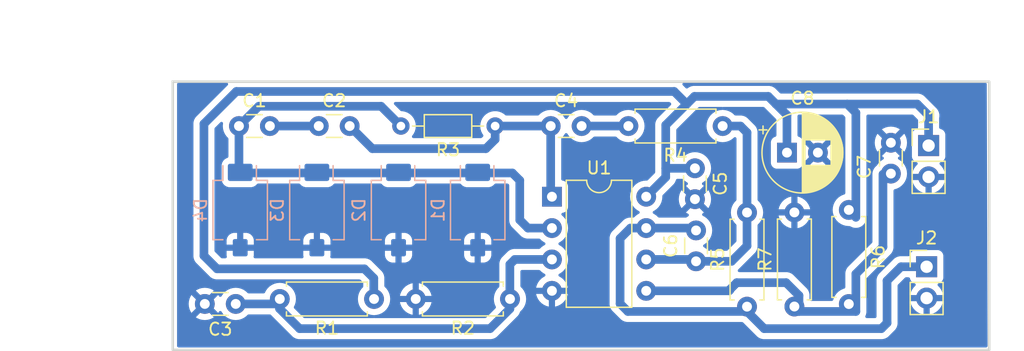
<source format=kicad_pcb>
(kicad_pcb (version 20240108) (generator "pcbnew") (generator_version "8.0")
  (title_block (title "DIY Particle Detector") (date "2018-06-01") (rev "V1.2") (company "CERN") (comment 1 "CERN open hardware license V1.2") (comment 2 "Oliver Keller"))
  (layers (0 "F.Cu" signal) (31 "B.Cu" power) (34 "B.Paste" user) (35 "F.Paste" user) (36 "B.SilkS" user "B.Silkscreen") (37 "F.SilkS" user "F.Silkscreen") (38 "B.Mask" user) (39 "F.Mask" user) (44 "Edge.Cuts" user))
  (net 0 "")
  (net 1 "Net-(D1-K)")
  (net 2 "Net-(C1-Pad2)")
  (net 3 "Net-(U1-Out1)")
  (net 4 "GND")
  (net 5 "Net-(U1-In1+)")
  (net 6 "Net-(U1-In2-)")
  (net 7 "+9V")
  (net 8 "/Output")
  (net 9 "Net-(C4-Pad2)")
  (net 10 "Net-(U1-In2+)")
  (footprint "Resistor_THT:R_Axial_DIN0207_L6.3mm_D2.5mm_P7.62mm_Horizontal" (layer "F.Cu") (at 180.3 65.29 -90)
    (property "Reference" "R6" (at 3.81 -2.37 90) (layer "F.SilkS"))
    (property "Value" "10k")
    (pad "1" thru_hole circle (at 0 0 270) (size 1.6 1.6) (drill 0.8) (layers "*.Cu" "*.Mask" "In1.Cu" "In2.Cu" "In3.Cu" "In4.Cu" "In5.Cu" "In6.Cu" "In7.Cu" "In8.Cu" "In9.Cu" "In10.Cu" "In11.Cu" "In12.Cu" "In13.Cu" "In14.Cu" "In15.Cu" "In16.Cu" "In17.Cu" "In18.Cu" "In19.Cu" "In20.Cu" "In21.Cu" "In22.Cu" "In23.Cu" "In24.Cu" "In25.Cu" "In26.Cu" "In27.Cu" "In28.Cu" "In29.Cu" "In30.Cu") (net 7 "+9V"))
    (pad "2" thru_hole oval (at 7.62 0 270) (size 1.6 1.6) (drill 0.8) (layers "*.Cu" "*.Mask" "In1.Cu" "In2.Cu" "In3.Cu" "In4.Cu" "In5.Cu" "In6.Cu" "In7.Cu" "In8.Cu" "In9.Cu" "In10.Cu" "In11.Cu" "In12.Cu" "In13.Cu" "In14.Cu" "In15.Cu" "In16.Cu" "In17.Cu" "In18.Cu" "In19.Cu" "In20.Cu" "In21.Cu" "In22.Cu" "In23.Cu" "In24.Cu" "In25.Cu" "In26.Cu" "In27.Cu" "In28.Cu" "In29.Cu" "In30.Cu") (net 10 "Net-(U1-In2+)"))
  )
  (footprint "Capacitor_THT:C_Disc_D3.0mm_W1.6mm_P2.50mm" (layer "F.Cu") (at 156.2 58.5)
    (property "Reference" "C4" (at 1.25 -2.05 0) (layer "F.SilkS"))
    (property "Value" "100n")
    (pad "1" thru_hole circle (at 0 0) (size 1.6 1.6) (drill 0.8) (layers "*.Cu" "*.Mask" "In1.Cu" "In2.Cu" "In3.Cu" "In4.Cu" "In5.Cu" "In6.Cu" "In7.Cu" "In8.Cu" "In9.Cu" "In10.Cu" "In11.Cu" "In12.Cu" "In13.Cu" "In14.Cu" "In15.Cu" "In16.Cu" "In17.Cu" "In18.Cu" "In19.Cu" "In20.Cu" "In21.Cu" "In22.Cu" "In23.Cu" "In24.Cu" "In25.Cu" "In26.Cu" "In27.Cu" "In28.Cu" "In29.Cu" "In30.Cu") (net 3 "Net-(U1-Out1)"))
    (pad "2" thru_hole circle (at 2.5 0) (size 1.6 1.6) (drill 0.8) (layers "*.Cu" "*.Mask" "In1.Cu" "In2.Cu" "In3.Cu" "In4.Cu" "In5.Cu" "In6.Cu" "In7.Cu" "In8.Cu" "In9.Cu" "In10.Cu" "In11.Cu" "In12.Cu" "In13.Cu" "In14.Cu" "In15.Cu" "In16.Cu" "In17.Cu" "In18.Cu" "In19.Cu" "In20.Cu" "In21.Cu" "In22.Cu" "In23.Cu" "In24.Cu" "In25.Cu" "In26.Cu" "In27.Cu" "In28.Cu" "In29.Cu" "In30.Cu") (net 9 "Net-(C4-Pad2)"))
  )
  (footprint "Resistor_THT:R_Axial_DIN0207_L6.3mm_D2.5mm_P7.62mm_Horizontal" (layer "F.Cu") (at 172.07 73.12 90)
    (property "Reference" "R5" (at 3.81 -2.37 90) (layer "F.SilkS"))
    (property "Value" "100k")
    (pad "1" thru_hole circle (at 0 0 90) (size 1.6 1.6) (drill 0.8) (layers "*.Cu" "*.Mask" "In1.Cu" "In2.Cu" "In3.Cu" "In4.Cu" "In5.Cu" "In6.Cu" "In7.Cu" "In8.Cu" "In9.Cu" "In10.Cu" "In11.Cu" "In12.Cu" "In13.Cu" "In14.Cu" "In15.Cu" "In16.Cu" "In17.Cu" "In18.Cu" "In19.Cu" "In20.Cu" "In21.Cu" "In22.Cu" "In23.Cu" "In24.Cu" "In25.Cu" "In26.Cu" "In27.Cu" "In28.Cu" "In29.Cu" "In30.Cu") (net 8 "/Output"))
    (pad "2" thru_hole oval (at 7.62 0 90) (size 1.6 1.6) (drill 0.8) (layers "*.Cu" "*.Mask" "In1.Cu" "In2.Cu" "In3.Cu" "In4.Cu" "In5.Cu" "In6.Cu" "In7.Cu" "In8.Cu" "In9.Cu" "In10.Cu" "In11.Cu" "In12.Cu" "In13.Cu" "In14.Cu" "In15.Cu" "In16.Cu" "In17.Cu" "In18.Cu" "In19.Cu" "In20.Cu" "In21.Cu" "In22.Cu" "In23.Cu" "In24.Cu" "In25.Cu" "In26.Cu" "In27.Cu" "In28.Cu" "In29.Cu" "In30.Cu") (net 6 "Net-(U1-In2-)"))
  )
  (footprint "Capacitor_THT:C_Disc_D3.0mm_W1.6mm_P2.50mm" (layer "F.Cu") (at 131 58.5)
    (property "Reference" "C1" (at 1.25 -2.05 0) (layer "F.SilkS"))
    (property "Value" "10p")
    (pad "1" thru_hole circle (at 0 0) (size 1.6 1.6) (drill 0.8) (layers "*.Cu" "*.Mask" "In1.Cu" "In2.Cu" "In3.Cu" "In4.Cu" "In5.Cu" "In6.Cu" "In7.Cu" "In8.Cu" "In9.Cu" "In10.Cu" "In11.Cu" "In12.Cu" "In13.Cu" "In14.Cu" "In15.Cu" "In16.Cu" "In17.Cu" "In18.Cu" "In19.Cu" "In20.Cu" "In21.Cu" "In22.Cu" "In23.Cu" "In24.Cu" "In25.Cu" "In26.Cu" "In27.Cu" "In28.Cu" "In29.Cu" "In30.Cu") (net 1 "Net-(D1-K)"))
    (pad "2" thru_hole circle (at 2.5 0) (size 1.6 1.6) (drill 0.8) (layers "*.Cu" "*.Mask" "In1.Cu" "In2.Cu" "In3.Cu" "In4.Cu" "In5.Cu" "In6.Cu" "In7.Cu" "In8.Cu" "In9.Cu" "In10.Cu" "In11.Cu" "In12.Cu" "In13.Cu" "In14.Cu" "In15.Cu" "In16.Cu" "In17.Cu" "In18.Cu" "In19.Cu" "In20.Cu" "In21.Cu" "In22.Cu" "In23.Cu" "In24.Cu" "In25.Cu" "In26.Cu" "In27.Cu" "In28.Cu" "In29.Cu" "In30.Cu") (net 2 "Net-(C1-Pad2)"))
  )
  (footprint "Capacitor_THT:C_Disc_D3.0mm_W1.6mm_P2.50mm" (layer "F.Cu") (at 130.74 72.9 180)
    (property "Reference" "C3" (at 1.25 -2.05 0) (layer "F.SilkS"))
    (property "Value" "100n")
    (pad "1" thru_hole circle (at 0 0 180) (size 1.6 1.6) (drill 0.8) (layers "*.Cu" "*.Mask" "In1.Cu" "In2.Cu" "In3.Cu" "In4.Cu" "In5.Cu" "In6.Cu" "In7.Cu" "In8.Cu" "In9.Cu" "In10.Cu" "In11.Cu" "In12.Cu" "In13.Cu" "In14.Cu" "In15.Cu" "In16.Cu" "In17.Cu" "In18.Cu" "In19.Cu" "In20.Cu" "In21.Cu" "In22.Cu" "In23.Cu" "In24.Cu" "In25.Cu" "In26.Cu" "In27.Cu" "In28.Cu" "In29.Cu" "In30.Cu") (net 5 "Net-(U1-In1+)"))
    (pad "2" thru_hole circle (at 2.5 0 180) (size 1.6 1.6) (drill 0.8) (layers "*.Cu" "*.Mask" "In1.Cu" "In2.Cu" "In3.Cu" "In4.Cu" "In5.Cu" "In6.Cu" "In7.Cu" "In8.Cu" "In9.Cu" "In10.Cu" "In11.Cu" "In12.Cu" "In13.Cu" "In14.Cu" "In15.Cu" "In16.Cu" "In17.Cu" "In18.Cu" "In19.Cu" "In20.Cu" "In21.Cu" "In22.Cu" "In23.Cu" "In24.Cu" "In25.Cu" "In26.Cu" "In27.Cu" "In28.Cu" "In29.Cu" "In30.Cu") (net 4 "GND"))
  )
  (footprint "Capacitor_THT:C_Disc_D3.0mm_W1.6mm_P2.50mm" (layer "F.Cu") (at 167.86 61.92 -90)
    (property "Reference" "C5" (at 1.25 -2.05 90) (layer "F.SilkS"))
    (property "Value" "100n")
    (pad "1" thru_hole circle (at 0 0 270) (size 1.6 1.6) (drill 0.8) (layers "*.Cu" "*.Mask" "In1.Cu" "In2.Cu" "In3.Cu" "In4.Cu" "In5.Cu" "In6.Cu" "In7.Cu" "In8.Cu" "In9.Cu" "In10.Cu" "In11.Cu" "In12.Cu" "In13.Cu" "In14.Cu" "In15.Cu" "In16.Cu" "In17.Cu" "In18.Cu" "In19.Cu" "In20.Cu" "In21.Cu" "In22.Cu" "In23.Cu" "In24.Cu" "In25.Cu" "In26.Cu" "In27.Cu" "In28.Cu" "In29.Cu" "In30.Cu") (net 7 "+9V"))
    (pad "2" thru_hole circle (at 2.5 0 270) (size 1.6 1.6) (drill 0.8) (layers "*.Cu" "*.Mask" "In1.Cu" "In2.Cu" "In3.Cu" "In4.Cu" "In5.Cu" "In6.Cu" "In7.Cu" "In8.Cu" "In9.Cu" "In10.Cu" "In11.Cu" "In12.Cu" "In13.Cu" "In14.Cu" "In15.Cu" "In16.Cu" "In17.Cu" "In18.Cu" "In19.Cu" "In20.Cu" "In21.Cu" "In22.Cu" "In23.Cu" "In24.Cu" "In25.Cu" "In26.Cu" "In27.Cu" "In28.Cu" "In29.Cu" "In30.Cu") (net 4 "GND"))
  )
  (footprint "Capacitor_THT:CP_Radial_D6.3mm_P2.50mm" (layer "F.Cu") (at 175.3 60.65)
    (property "Reference" "C8" (at 1.25 -4.4 0) (layer "F.SilkS"))
    (property "Value" "47u")
    (pad "1" thru_hole rect (at 0 0) (size 1.6 1.6) (drill 0.8) (layers "*.Cu" "*.Mask" "In1.Cu" "In2.Cu" "In3.Cu" "In4.Cu" "In5.Cu" "In6.Cu" "In7.Cu" "In8.Cu" "In9.Cu" "In10.Cu" "In11.Cu" "In12.Cu" "In13.Cu" "In14.Cu" "In15.Cu" "In16.Cu" "In17.Cu" "In18.Cu" "In19.Cu" "In20.Cu" "In21.Cu" "In22.Cu" "In23.Cu" "In24.Cu" "In25.Cu" "In26.Cu" "In27.Cu" "In28.Cu" "In29.Cu" "In30.Cu") (net 7 "+9V"))
    (pad "2" thru_hole circle (at 2.5 0) (size 1.6 1.6) (drill 0.8) (layers "*.Cu" "*.Mask" "In1.Cu" "In2.Cu" "In3.Cu" "In4.Cu" "In5.Cu" "In6.Cu" "In7.Cu" "In8.Cu" "In9.Cu" "In10.Cu" "In11.Cu" "In12.Cu" "In13.Cu" "In14.Cu" "In15.Cu" "In16.Cu" "In17.Cu" "In18.Cu" "In19.Cu" "In20.Cu" "In21.Cu" "In22.Cu" "In23.Cu" "In24.Cu" "In25.Cu" "In26.Cu" "In27.Cu" "In28.Cu" "In29.Cu" "In30.Cu") (net 4 "GND"))
  )
  (footprint "Package_DIP:DIP-8_W7.62mm" (layer "F.Cu") (at 156.3 64.22)
    (property "Reference" "U1" (at 3.81 -2.33 0) (layer "F.SilkS"))
    (property "Value" "OPA2134PA")
    (pad "1" thru_hole rect (at 0 0) (size 1.6 1.6) (drill 0.8) (layers "*.Cu" "*.Mask" "In1.Cu" "In2.Cu" "In3.Cu" "In4.Cu" "In5.Cu" "In6.Cu" "In7.Cu" "In8.Cu" "In9.Cu" "In10.Cu" "In11.Cu" "In12.Cu" "In13.Cu" "In14.Cu" "In15.Cu" "In16.Cu" "In17.Cu" "In18.Cu" "In19.Cu" "In20.Cu" "In21.Cu" "In22.Cu" "In23.Cu" "In24.Cu" "In25.Cu" "In26.Cu" "In27.Cu" "In28.Cu" "In29.Cu" "In30.Cu") (net 3 "Net-(U1-Out1)"))
    (pad "2" thru_hole oval (at 0 2.54) (size 1.6 1.6) (drill 0.8) (layers "*.Cu" "*.Mask" "In1.Cu" "In2.Cu" "In3.Cu" "In4.Cu" "In5.Cu" "In6.Cu" "In7.Cu" "In8.Cu" "In9.Cu" "In10.Cu" "In11.Cu" "In12.Cu" "In13.Cu" "In14.Cu" "In15.Cu" "In16.Cu" "In17.Cu" "In18.Cu" "In19.Cu" "In20.Cu" "In21.Cu" "In22.Cu" "In23.Cu" "In24.Cu" "In25.Cu" "In26.Cu" "In27.Cu" "In28.Cu" "In29.Cu" "In30.Cu") (net 1 "Net-(D1-K)"))
    (pad "3" thru_hole oval (at 0 5.08) (size 1.6 1.6) (drill 0.8) (layers "*.Cu" "*.Mask" "In1.Cu" "In2.Cu" "In3.Cu" "In4.Cu" "In5.Cu" "In6.Cu" "In7.Cu" "In8.Cu" "In9.Cu" "In10.Cu" "In11.Cu" "In12.Cu" "In13.Cu" "In14.Cu" "In15.Cu" "In16.Cu" "In17.Cu" "In18.Cu" "In19.Cu" "In20.Cu" "In21.Cu" "In22.Cu" "In23.Cu" "In24.Cu" "In25.Cu" "In26.Cu" "In27.Cu" "In28.Cu" "In29.Cu" "In30.Cu") (net 5 "Net-(U1-In1+)"))
    (pad "4" thru_hole oval (at 0 7.62) (size 1.6 1.6) (drill 0.8) (layers "*.Cu" "*.Mask" "In1.Cu" "In2.Cu" "In3.Cu" "In4.Cu" "In5.Cu" "In6.Cu" "In7.Cu" "In8.Cu" "In9.Cu" "In10.Cu" "In11.Cu" "In12.Cu" "In13.Cu" "In14.Cu" "In15.Cu" "In16.Cu" "In17.Cu" "In18.Cu" "In19.Cu" "In20.Cu" "In21.Cu" "In22.Cu" "In23.Cu" "In24.Cu" "In25.Cu" "In26.Cu" "In27.Cu" "In28.Cu" "In29.Cu" "In30.Cu") (net 4 "GND"))
    (pad "5" thru_hole oval (at 7.62 7.62) (size 1.6 1.6) (drill 0.8) (layers "*.Cu" "*.Mask" "In1.Cu" "In2.Cu" "In3.Cu" "In4.Cu" "In5.Cu" "In6.Cu" "In7.Cu" "In8.Cu" "In9.Cu" "In10.Cu" "In11.Cu" "In12.Cu" "In13.Cu" "In14.Cu" "In15.Cu" "In16.Cu" "In17.Cu" "In18.Cu" "In19.Cu" "In20.Cu" "In21.Cu" "In22.Cu" "In23.Cu" "In24.Cu" "In25.Cu" "In26.Cu" "In27.Cu" "In28.Cu" "In29.Cu" "In30.Cu") (net 10 "Net-(U1-In2+)"))
    (pad "6" thru_hole oval (at 7.62 5.08) (size 1.6 1.6) (drill 0.8) (layers "*.Cu" "*.Mask" "In1.Cu" "In2.Cu" "In3.Cu" "In4.Cu" "In5.Cu" "In6.Cu" "In7.Cu" "In8.Cu" "In9.Cu" "In10.Cu" "In11.Cu" "In12.Cu" "In13.Cu" "In14.Cu" "In15.Cu" "In16.Cu" "In17.Cu" "In18.Cu" "In19.Cu" "In20.Cu" "In21.Cu" "In22.Cu" "In23.Cu" "In24.Cu" "In25.Cu" "In26.Cu" "In27.Cu" "In28.Cu" "In29.Cu" "In30.Cu") (net 6 "Net-(U1-In2-)"))
    (pad "7" thru_hole oval (at 7.62 2.54) (size 1.6 1.6) (drill 0.8) (layers "*.Cu" "*.Mask" "In1.Cu" "In2.Cu" "In3.Cu" "In4.Cu" "In5.Cu" "In6.Cu" "In7.Cu" "In8.Cu" "In9.Cu" "In10.Cu" "In11.Cu" "In12.Cu" "In13.Cu" "In14.Cu" "In15.Cu" "In16.Cu" "In17.Cu" "In18.Cu" "In19.Cu" "In20.Cu" "In21.Cu" "In22.Cu" "In23.Cu" "In24.Cu" "In25.Cu" "In26.Cu" "In27.Cu" "In28.Cu" "In29.Cu" "In30.Cu") (net 8 "/Output"))
    (pad "8" thru_hole oval (at 7.62 0) (size 1.6 1.6) (drill 0.8) (layers "*.Cu" "*.Mask" "In1.Cu" "In2.Cu" "In3.Cu" "In4.Cu" "In5.Cu" "In6.Cu" "In7.Cu" "In8.Cu" "In9.Cu" "In10.Cu" "In11.Cu" "In12.Cu" "In13.Cu" "In14.Cu" "In15.Cu" "In16.Cu" "In17.Cu" "In18.Cu" "In19.Cu" "In20.Cu" "In21.Cu" "In22.Cu" "In23.Cu" "In24.Cu" "In25.Cu" "In26.Cu" "In27.Cu" "In28.Cu" "In29.Cu" "In30.Cu") (net 7 "+9V"))
  )
  (footprint "Resistor_THT:R_Axial_DIN0204_L3.6mm_D1.6mm_P7.62mm_Horizontal" (layer "F.Cu") (at 151.71 58.5 180)
    (property "Reference" "R3" (at 3.81 -1.92 0) (layer "F.SilkS"))
    (property "Value" "10M")
    (pad "1" thru_hole circle (at 0 0 180) (size 1.4 1.4) (drill 0.7) (layers "*.Cu" "*.Mask" "In1.Cu" "In2.Cu" "In3.Cu" "In4.Cu" "In5.Cu" "In6.Cu" "In7.Cu" "In8.Cu" "In9.Cu" "In10.Cu" "In11.Cu" "In12.Cu" "In13.Cu" "In14.Cu" "In15.Cu" "In16.Cu" "In17.Cu" "In18.Cu" "In19.Cu" "In20.Cu" "In21.Cu" "In22.Cu" "In23.Cu" "In24.Cu" "In25.Cu" "In26.Cu" "In27.Cu" "In28.Cu" "In29.Cu" "In30.Cu") (net 3 "Net-(U1-Out1)"))
    (pad "2" thru_hole oval (at 7.62 0 180) (size 1.4 1.4) (drill 0.7) (layers "*.Cu" "*.Mask" "In1.Cu" "In2.Cu" "In3.Cu" "In4.Cu" "In5.Cu" "In6.Cu" "In7.Cu" "In8.Cu" "In9.Cu" "In10.Cu" "In11.Cu" "In12.Cu" "In13.Cu" "In14.Cu" "In15.Cu" "In16.Cu" "In17.Cu" "In18.Cu" "In19.Cu" "In20.Cu" "In21.Cu" "In22.Cu" "In23.Cu" "In24.Cu" "In25.Cu" "In26.Cu" "In27.Cu" "In28.Cu" "In29.Cu" "In30.Cu") (net 1 "Net-(D1-K)"))
  )
  (footprint "Capacitor_THT:C_Disc_D3.0mm_W1.6mm_P2.50mm" (layer "F.Cu") (at 183.7 62.35 90)
    (property "Reference" "C7" (at 0.535241 -2.15 90) (layer "F.SilkS"))
    (property "Value" "100n")
    (pad "1" thru_hole circle (at 0 0 90) (size 1.6 1.6) (drill 0.8) (layers "*.Cu" "*.Mask" "In1.Cu" "In2.Cu" "In3.Cu" "In4.Cu" "In5.Cu" "In6.Cu" "In7.Cu" "In8.Cu" "In9.Cu" "In10.Cu" "In11.Cu" "In12.Cu" "In13.Cu" "In14.Cu" "In15.Cu" "In16.Cu" "In17.Cu" "In18.Cu" "In19.Cu" "In20.Cu" "In21.Cu" "In22.Cu" "In23.Cu" "In24.Cu" "In25.Cu" "In26.Cu" "In27.Cu" "In28.Cu" "In29.Cu" "In30.Cu") (net 10 "Net-(U1-In2+)"))
    (pad "2" thru_hole circle (at 2.5 0 90) (size 1.6 1.6) (drill 0.8) (layers "*.Cu" "*.Mask" "In1.Cu" "In2.Cu" "In3.Cu" "In4.Cu" "In5.Cu" "In6.Cu" "In7.Cu" "In8.Cu" "In9.Cu" "In10.Cu" "In11.Cu" "In12.Cu" "In13.Cu" "In14.Cu" "In15.Cu" "In16.Cu" "In17.Cu" "In18.Cu" "In19.Cu" "In20.Cu" "In21.Cu" "In22.Cu" "In23.Cu" "In24.Cu" "In25.Cu" "In26.Cu" "In27.Cu" "In28.Cu" "In29.Cu" "In30.Cu") (net 4 "GND"))
  )
  (footprint "Resistor_THT:R_Axial_DIN0207_L6.3mm_D2.5mm_P7.62mm_Horizontal" (layer "F.Cu") (at 152.91 72.5 180)
    (property "Reference" "R2" (at 3.81 -2.37 0) (layer "F.SilkS"))
    (property "Value" "15k")
    (pad "1" thru_hole circle (at 0 0 180) (size 1.6 1.6) (drill 0.8) (layers "*.Cu" "*.Mask" "In1.Cu" "In2.Cu" "In3.Cu" "In4.Cu" "In5.Cu" "In6.Cu" "In7.Cu" "In8.Cu" "In9.Cu" "In10.Cu" "In11.Cu" "In12.Cu" "In13.Cu" "In14.Cu" "In15.Cu" "In16.Cu" "In17.Cu" "In18.Cu" "In19.Cu" "In20.Cu" "In21.Cu" "In22.Cu" "In23.Cu" "In24.Cu" "In25.Cu" "In26.Cu" "In27.Cu" "In28.Cu" "In29.Cu" "In30.Cu") (net 5 "Net-(U1-In1+)"))
    (pad "2" thru_hole oval (at 7.62 0 180) (size 1.6 1.6) (drill 0.8) (layers "*.Cu" "*.Mask" "In1.Cu" "In2.Cu" "In3.Cu" "In4.Cu" "In5.Cu" "In6.Cu" "In7.Cu" "In8.Cu" "In9.Cu" "In10.Cu" "In11.Cu" "In12.Cu" "In13.Cu" "In14.Cu" "In15.Cu" "In16.Cu" "In17.Cu" "In18.Cu" "In19.Cu" "In20.Cu" "In21.Cu" "In22.Cu" "In23.Cu" "In24.Cu" "In25.Cu" "In26.Cu" "In27.Cu" "In28.Cu" "In29.Cu" "In30.Cu") (net 4 "GND"))
  )
  (footprint "Connector_PinHeader_2.54mm:PinHeader_1x02_P2.54mm_Vertical" (layer "F.Cu") (at 186.75 60.08)
    (property "Reference" "J1" (at 0 -2.33 0) (layer "F.SilkS"))
    (property "Value" "Conn_01x02_Female")
    (pad "1" thru_hole rect (at 0 0) (size 1.7 1.7) (drill 1) (layers "*.Cu" "*.Mask" "In1.Cu" "In2.Cu" "In3.Cu" "In4.Cu" "In5.Cu" "In6.Cu" "In7.Cu" "In8.Cu" "In9.Cu" "In10.Cu" "In11.Cu" "In12.Cu" "In13.Cu" "In14.Cu" "In15.Cu" "In16.Cu" "In17.Cu" "In18.Cu" "In19.Cu" "In20.Cu" "In21.Cu" "In22.Cu" "In23.Cu" "In24.Cu" "In25.Cu" "In26.Cu" "In27.Cu" "In28.Cu" "In29.Cu" "In30.Cu") (net 7 "+9V"))
    (pad "2" thru_hole oval (at 0 2.54) (size 1.7 1.7) (drill 1) (layers "*.Cu" "*.Mask" "In1.Cu" "In2.Cu" "In3.Cu" "In4.Cu" "In5.Cu" "In6.Cu" "In7.Cu" "In8.Cu" "In9.Cu" "In10.Cu" "In11.Cu" "In12.Cu" "In13.Cu" "In14.Cu" "In15.Cu" "In16.Cu" "In17.Cu" "In18.Cu" "In19.Cu" "In20.Cu" "In21.Cu" "In22.Cu" "In23.Cu" "In24.Cu" "In25.Cu" "In26.Cu" "In27.Cu" "In28.Cu" "In29.Cu" "In30.Cu") (net 4 "GND"))
  )
  (footprint "Resistor_THT:R_Axial_DIN0207_L6.3mm_D2.5mm_P7.62mm_Horizontal" (layer "F.Cu") (at 170.1 58.5 180)
    (property "Reference" "R4" (at 3.81 -2.37 0) (layer "F.SilkS"))
    (property "Value" "1k")
    (pad "1" thru_hole circle (at 0 0 180) (size 1.6 1.6) (drill 0.8) (layers "*.Cu" "*.Mask" "In1.Cu" "In2.Cu" "In3.Cu" "In4.Cu" "In5.Cu" "In6.Cu" "In7.Cu" "In8.Cu" "In9.Cu" "In10.Cu" "In11.Cu" "In12.Cu" "In13.Cu" "In14.Cu" "In15.Cu" "In16.Cu" "In17.Cu" "In18.Cu" "In19.Cu" "In20.Cu" "In21.Cu" "In22.Cu" "In23.Cu" "In24.Cu" "In25.Cu" "In26.Cu" "In27.Cu" "In28.Cu" "In29.Cu" "In30.Cu") (net 6 "Net-(U1-In2-)"))
    (pad "2" thru_hole oval (at 7.62 0 180) (size 1.6 1.6) (drill 0.8) (layers "*.Cu" "*.Mask" "In1.Cu" "In2.Cu" "In3.Cu" "In4.Cu" "In5.Cu" "In6.Cu" "In7.Cu" "In8.Cu" "In9.Cu" "In10.Cu" "In11.Cu" "In12.Cu" "In13.Cu" "In14.Cu" "In15.Cu" "In16.Cu" "In17.Cu" "In18.Cu" "In19.Cu" "In20.Cu" "In21.Cu" "In22.Cu" "In23.Cu" "In24.Cu" "In25.Cu" "In26.Cu" "In27.Cu" "In28.Cu" "In29.Cu" "In30.Cu") (net 9 "Net-(C4-Pad2)"))
  )
  (footprint "Resistor_THT:R_Axial_DIN0207_L6.3mm_D2.5mm_P7.62mm_Horizontal" (layer "F.Cu") (at 175.9 73.11 90)
    (property "Reference" "R7" (at 3.81 -2.37 90) (layer "F.SilkS"))
    (property "Value" "10k")
    (pad "1" thru_hole circle (at 0 0 90) (size 1.6 1.6) (drill 0.8) (layers "*.Cu" "*.Mask" "In1.Cu" "In2.Cu" "In3.Cu" "In4.Cu" "In5.Cu" "In6.Cu" "In7.Cu" "In8.Cu" "In9.Cu" "In10.Cu" "In11.Cu" "In12.Cu" "In13.Cu" "In14.Cu" "In15.Cu" "In16.Cu" "In17.Cu" "In18.Cu" "In19.Cu" "In20.Cu" "In21.Cu" "In22.Cu" "In23.Cu" "In24.Cu" "In25.Cu" "In26.Cu" "In27.Cu" "In28.Cu" "In29.Cu" "In30.Cu") (net 10 "Net-(U1-In2+)"))
    (pad "2" thru_hole oval (at 7.62 0 90) (size 1.6 1.6) (drill 0.8) (layers "*.Cu" "*.Mask" "In1.Cu" "In2.Cu" "In3.Cu" "In4.Cu" "In5.Cu" "In6.Cu" "In7.Cu" "In8.Cu" "In9.Cu" "In10.Cu" "In11.Cu" "In12.Cu" "In13.Cu" "In14.Cu" "In15.Cu" "In16.Cu" "In17.Cu" "In18.Cu" "In19.Cu" "In20.Cu" "In21.Cu" "In22.Cu" "In23.Cu" "In24.Cu" "In25.Cu" "In26.Cu" "In27.Cu" "In28.Cu" "In29.Cu" "In30.Cu") (net 4 "GND"))
  )
  (footprint "Resistor_THT:R_Axial_DIN0207_L6.3mm_D2.5mm_P7.62mm_Horizontal" (layer "F.Cu") (at 141.92 72.5 180)
    (property "Reference" "R1" (at 3.81 -2.37 0) (layer "F.SilkS"))
    (property "Value" "4k7")
    (pad "1" thru_hole circle (at 0 0 180) (size 1.6 1.6) (drill 0.8) (layers "*.Cu" "*.Mask" "In1.Cu" "In2.Cu" "In3.Cu" "In4.Cu" "In5.Cu" "In6.Cu" "In7.Cu" "In8.Cu" "In9.Cu" "In10.Cu" "In11.Cu" "In12.Cu" "In13.Cu" "In14.Cu" "In15.Cu" "In16.Cu" "In17.Cu" "In18.Cu" "In19.Cu" "In20.Cu" "In21.Cu" "In22.Cu" "In23.Cu" "In24.Cu" "In25.Cu" "In26.Cu" "In27.Cu" "In28.Cu" "In29.Cu" "In30.Cu") (net 7 "+9V"))
    (pad "2" thru_hole oval (at 7.62 0 180) (size 1.6 1.6) (drill 0.8) (layers "*.Cu" "*.Mask" "In1.Cu" "In2.Cu" "In3.Cu" "In4.Cu" "In5.Cu" "In6.Cu" "In7.Cu" "In8.Cu" "In9.Cu" "In10.Cu" "In11.Cu" "In12.Cu" "In13.Cu" "In14.Cu" "In15.Cu" "In16.Cu" "In17.Cu" "In18.Cu" "In19.Cu" "In20.Cu" "In21.Cu" "In22.Cu" "In23.Cu" "In24.Cu" "In25.Cu" "In26.Cu" "In27.Cu" "In28.Cu" "In29.Cu" "In30.Cu") (net 5 "Net-(U1-In1+)"))
  )
  (footprint "Connector_PinHeader_2.54mm:PinHeader_1x02_P2.54mm_Vertical" (layer "F.Cu") (at 186.59 69.89)
    (property "Reference" "J2" (at 0 -2.33 0) (layer "F.SilkS"))
    (property "Value" "Conn_01x02_Female")
    (pad "1" thru_hole rect (at 0 0) (size 1.7 1.7) (drill 1) (layers "*.Cu" "*.Mask" "In1.Cu" "In2.Cu" "In3.Cu" "In4.Cu" "In5.Cu" "In6.Cu" "In7.Cu" "In8.Cu" "In9.Cu" "In10.Cu" "In11.Cu" "In12.Cu" "In13.Cu" "In14.Cu" "In15.Cu" "In16.Cu" "In17.Cu" "In18.Cu" "In19.Cu" "In20.Cu" "In21.Cu" "In22.Cu" "In23.Cu" "In24.Cu" "In25.Cu" "In26.Cu" "In27.Cu" "In28.Cu" "In29.Cu" "In30.Cu") (net 8 "/Output"))
    (pad "2" thru_hole oval (at 0 2.54) (size 1.7 1.7) (drill 1) (layers "*.Cu" "*.Mask" "In1.Cu" "In2.Cu" "In3.Cu" "In4.Cu" "In5.Cu" "In6.Cu" "In7.Cu" "In8.Cu" "In9.Cu" "In10.Cu" "In11.Cu" "In12.Cu" "In13.Cu" "In14.Cu" "In15.Cu" "In16.Cu" "In17.Cu" "In18.Cu" "In19.Cu" "In20.Cu" "In21.Cu" "In22.Cu" "In23.Cu" "In24.Cu" "In25.Cu" "In26.Cu" "In27.Cu" "In28.Cu" "In29.Cu" "In30.Cu") (net 4 "GND"))
  )
  (footprint "Capacitor_THT:C_Disc_D3.0mm_W1.6mm_P2.50mm" (layer "F.Cu") (at 167.95 69.45 90)
    (property "Reference" "C6" (at 1.25 -2.05 90) (layer "F.SilkS"))
    (property "Value" "10p")
    (pad "1" thru_hole circle (at 0 0 90) (size 1.6 1.6) (drill 0.8) (layers "*.Cu" "*.Mask" "In1.Cu" "In2.Cu" "In3.Cu" "In4.Cu" "In5.Cu" "In6.Cu" "In7.Cu" "In8.Cu" "In9.Cu" "In10.Cu" "In11.Cu" "In12.Cu" "In13.Cu" "In14.Cu" "In15.Cu" "In16.Cu" "In17.Cu" "In18.Cu" "In19.Cu" "In20.Cu" "In21.Cu" "In22.Cu" "In23.Cu" "In24.Cu" "In25.Cu" "In26.Cu" "In27.Cu" "In28.Cu" "In29.Cu" "In30.Cu") (net 6 "Net-(U1-In2-)"))
    (pad "2" thru_hole circle (at 2.5 0 90) (size 1.6 1.6) (drill 0.8) (layers "*.Cu" "*.Mask" "In1.Cu" "In2.Cu" "In3.Cu" "In4.Cu" "In5.Cu" "In6.Cu" "In7.Cu" "In8.Cu" "In9.Cu" "In10.Cu" "In11.Cu" "In12.Cu" "In13.Cu" "In14.Cu" "In15.Cu" "In16.Cu" "In17.Cu" "In18.Cu" "In19.Cu" "In20.Cu" "In21.Cu" "In22.Cu" "In23.Cu" "In24.Cu" "In25.Cu" "In26.Cu" "In27.Cu" "In28.Cu" "In29.Cu" "In30.Cu") (net 8 "/Output"))
  )
  (footprint "Capacitor_THT:C_Disc_D3.0mm_W1.6mm_P2.50mm" (layer "F.Cu") (at 137.45 58.5)
    (property "Reference" "C2" (at 1.25 -2.05 0) (layer "F.SilkS"))
    (property "Value" "10p")
    (pad "1" thru_hole circle (at 0 0) (size 1.6 1.6) (drill 0.8) (layers "*.Cu" "*.Mask" "In1.Cu" "In2.Cu" "In3.Cu" "In4.Cu" "In5.Cu" "In6.Cu" "In7.Cu" "In8.Cu" "In9.Cu" "In10.Cu" "In11.Cu" "In12.Cu" "In13.Cu" "In14.Cu" "In15.Cu" "In16.Cu" "In17.Cu" "In18.Cu" "In19.Cu" "In20.Cu" "In21.Cu" "In22.Cu" "In23.Cu" "In24.Cu" "In25.Cu" "In26.Cu" "In27.Cu" "In28.Cu" "In29.Cu" "In30.Cu") (net 2 "Net-(C1-Pad2)"))
    (pad "2" thru_hole circle (at 2.5 0) (size 1.6 1.6) (drill 0.8) (layers "*.Cu" "*.Mask" "In1.Cu" "In2.Cu" "In3.Cu" "In4.Cu" "In5.Cu" "In6.Cu" "In7.Cu" "In8.Cu" "In9.Cu" "In10.Cu" "In11.Cu" "In12.Cu" "In13.Cu" "In14.Cu" "In15.Cu" "In16.Cu" "In17.Cu" "In18.Cu" "In19.Cu" "In20.Cu" "In21.Cu" "In22.Cu" "In23.Cu" "In24.Cu" "In25.Cu" "In26.Cu" "In27.Cu" "In28.Cu" "In29.Cu" "In30.Cu") (net 3 "Net-(U1-Out1)"))
  )
  (footprint "OptoDevice:Osram_BPW34S-SMD" (layer "B.Cu") (at 137.3 65.3 -90)
    (property "Reference" "D3" (at 0.01 3.2 90) (layer "B.SilkS") (effects (justify mirror)))
    (property "Value" "BPW34")
    (pad "1" smd roundrect (at -3.05 0 90) (size 1.4 2) (layers "B.Cu" "B.Mask") (roundrect_rratio 0.125) (net 1 "Net-(D1-K)"))
    (pad "2" smd roundrect (at 3.05 0 90) (size 1.4 1.2) (layers "B.Cu" "B.Mask") (roundrect_rratio 0.125) (net 4 "GND"))
  )
  (footprint "OptoDevice:Osram_BPW34S-SMD" (layer "B.Cu") (at 143.9 65.3 -90)
    (property "Reference" "D2" (at 0.01 3.2 90) (layer "B.SilkS") (effects (justify mirror)))
    (property "Value" "BPW34")
    (pad "1" smd roundrect (at -3.05 0 90) (size 1.4 2) (layers "B.Cu" "B.Mask") (roundrect_rratio 0.125) (net 1 "Net-(D1-K)"))
    (pad "2" smd roundrect (at 3.05 0 90) (size 1.4 1.2) (layers "B.Cu" "B.Mask") (roundrect_rratio 0.125) (net 4 "GND"))
  )
  (footprint "OptoDevice:Osram_BPW34S-SMD" (layer "B.Cu") (at 150.3 65.3 -90)
    (property "Reference" "D1" (at 0.01 3.2 90) (layer "B.SilkS") (effects (justify mirror)))
    (property "Value" "BPW34")
    (pad "1" smd roundrect (at -3.05 0 90) (size 1.4 2) (layers "B.Cu" "B.Mask") (roundrect_rratio 0.125) (net 1 "Net-(D1-K)"))
    (pad "2" smd roundrect (at 3.05 0 90) (size 1.4 1.2) (layers "B.Cu" "B.Mask") (roundrect_rratio 0.125) (net 4 "GND"))
  )
  (footprint "OptoDevice:Osram_BPW34S-SMD" (layer "B.Cu") (at 131.1 65.3 -90)
    (property "Reference" "D4" (at 0.01 3.2 90) (layer "B.SilkS") (effects (justify mirror)))
    (property "Value" "BPW34")
    (pad "1" smd roundrect (at -3.05 0 90) (size 1.4 2) (layers "B.Cu" "B.Mask") (roundrect_rratio 0.125) (net 1 "Net-(D1-K)"))
    (pad "2" smd roundrect (at 3.05 0 90) (size 1.4 1.2) (layers "B.Cu" "B.Mask") (roundrect_rratio 0.125) (net 4 "GND"))
  )
  (gr_rect (start 125.65 54.91) (end 191.65 76.62) (stroke (width 0.2)) (fill none) (layer "Edge.Cuts"))
  (segment (start 131 62.2) (end 131.1 62.3) (width 0.7) (layer "B.Cu") (net 1))
  (segment (start 150.4 62.2) (end 150.5 62.3) (width 0.7) (layer "B.Cu") (net 1))
  (segment (start 154.36 66.76) (end 156.3 66.76) (width 0.7) (layer "B.Cu") (net 1))
  (segment (start 153.7 66.1) (end 154.36 66.76) (width 0.7) (layer "B.Cu") (net 1))
  (segment (start 131 58.5) (end 132.6 56.9) (width 0.7) (layer "B.Cu") (net 1))
  (segment (start 153.7 62.9) (end 153.7 66.1) (width 0.7) (layer "B.Cu") (net 1))
  (segment (start 150.5 62.3) (end 153.1 62.3) (width 0.7) (layer "B.Cu") (net 1))
  (segment (start 131.1 62.3) (end 131.3 62.1) (width 0.7) (layer "B.Cu") (net 1))
  (segment (start 153.1 62.3) (end 153.7 62.9) (width 0.7) (layer "B.Cu") (net 1))
  (segment (start 132.6 56.9) (end 142.49 56.9) (width 0.7) (layer "B.Cu") (net 1))
  (segment (start 131 58.5) (end 131 62.2) (width 0.7) (layer "B.Cu") (net 1))
  (segment (start 150.3 62.3) (end 150.4 62.2) (width 0.7) (layer "B.Cu") (net 1))
  (segment (start 150.4 62.2) (end 150.5 62.1) (width 0.7) (layer "B.Cu") (net 1))
  (segment (start 131.1 62.3) (end 150.3 62.3) (width 0.7) (layer "B.Cu") (net 1))
  (segment (start 142.49 56.9) (end 144.09 58.5) (width 0.7) (layer "B.Cu") (net 1))
  (segment (start 133.5 58.5) (end 137.45 58.5) (width 0.7) (layer "B.Cu") (net 2))
  (segment (start 156.2 64.12) (end 156.3 64.22) (width 0.7) (layer "B.Cu") (net 3))
  (segment (start 151.71 59.58) (end 150.96 60.33) (width 0.7) (layer "B.Cu") (net 3))
  (segment (start 141.78 60.33) (end 139.95 58.5) (width 0.7) (layer "B.Cu") (net 3))
  (segment (start 156.2 58.5) (end 156.2 64.12) (width 0.7) (layer "B.Cu") (net 3))
  (segment (start 150.96 60.33) (end 141.78 60.33) (width 0.7) (layer "B.Cu") (net 3))
  (segment (start 151.71 58.5) (end 156.2 58.5) (width 0.7) (layer "B.Cu") (net 3))
  (segment (start 151.71 58.5) (end 151.71 59.58) (width 0.7) (layer "B.Cu") (net 3))
  (segment (start 156.1 58.6) (end 156.2 58.5) (width 0.7) (layer "B.Cu") (net 3))
  (segment (start 156.3 64.22) (end 156.1 64.02) (width 0.7) (layer "B.Cu") (net 3))
  (segment (start 134.28 73.28) (end 135.9 74.9) (width 0.7) (layer "B.Cu") (net 5))
  (segment (start 152.9 69.7) (end 153.3 69.3) (width 0.7) (layer "B.Cu") (net 5))
  (segment (start 151.3 74.9) (end 152.9 73.3) (width 0.7) (layer "B.Cu") (net 5))
  (segment (start 135.9 74.9) (end 151.3 74.9) (width 0.7) (layer "B.Cu") (net 5))
  (segment (start 130.74 72.9) (end 134.28 72.9) (width 0.7) (layer "B.Cu") (net 5))
  (segment (start 153.3 69.3) (end 156.3 69.3) (width 0.7) (layer "B.Cu") (net 5))
  (segment (start 134.28 72.9) (end 134.28 73.28) (width 0.7) (layer "B.Cu") (net 5))
  (segment (start 152.9 73.3) (end 152.9 69.7) (width 0.7) (layer "B.Cu") (net 5))
  (segment (start 170.82 69.45) (end 172.07 68.2) (width 0.7) (layer "B.Cu") (net 6))
  (segment (start 172.07 68.2) (end 172.07 65.89) (width 0.7) (layer "B.Cu") (net 6))
  (segment (start 167.95 69.45) (end 170.82 69.45) (width 0.7) (layer "B.Cu") (net 6))
  (segment (start 170.1 58.5) (end 171.54 58.5) (width 0.7) (layer "B.Cu") (net 6))
  (segment (start 163.92 69.3) (end 167.8 69.3) (width 0.7) (layer "B.Cu") (net 6))
  (segment (start 171.54 58.5) (end 172.07 59.03) (width 0.7) (layer "B.Cu") (net 6))
  (segment (start 172.07 59.03) (end 172.07 65.89) (width 0.7) (layer "B.Cu") (net 6))
  (segment (start 167.8 69.3) (end 167.95 69.45) (width 0.7) (layer "B.Cu") (net 6))
  (segment (start 174.41 56.72) (end 175.3 57.61) (width 0.7) (layer "B.Cu") (net 7))
  (segment (start 128.17 69) (end 129.23 70.06) (width 0.7) (layer "B.Cu") (net 7))
  (segment (start 175.3 57.61) (end 175.3 60.65) (width 0.7) (layer "B.Cu") (net 7))
  (segment (start 185.83 56.72) (end 186.77 57.66) (width 0.7) (layer "B.Cu") (net 7))
  (segment (start 174.41 56.72) (end 180.17 56.72) (width 0.7) (layer "B.Cu") (net 7))
  (segment (start 186.75 57.68) (end 186.75 60.08) (width 0.7) (layer "B.Cu") (net 7))
  (segment (start 141.14 70.06) (end 141.9 70.82) (width 0.7) (layer "B.Cu") (net 7))
  (segment (start 129.23 70.06) (end 141.14 70.06) (width 0.7) (layer "B.Cu") (net 7))
  (segment (start 167.86 61.92) (end 165.5 61.92) (width 0.7) (layer "B.Cu") (net 7))
  (segment (start 166.18 55.7) (end 130.79 55.7) (width 0.7) (layer "B.Cu") (net 7))
  (segment (start 165.5 62.64) (end 163.92 64.22) (width 0.7) (layer "B.Cu") (net 7))
  (segment (start 165.5 61.92) (end 165.5 62.64) (width 0.7) (layer "B.Cu") (net 7))
  (segment (start 165.5 58.42) (end 167.2 56.72) (width 0.7) (layer "B.Cu") (net 7))
  (segment (start 167.82 56.1) (end 173.79 56.1) (width 0.7) (layer "B.Cu") (net 7))
  (segment (start 128.17 58.32) (end 128.17 69) (width 0.7) (layer "B.Cu") (net 7))
  (segment (start 173.79 56.1) (end 174.41 56.72) (width 0.7) (layer "B.Cu") (net 7))
  (segment (start 130.79 55.7) (end 128.17 58.32) (width 0.7) (layer "B.Cu") (net 7))
  (segment (start 167.2 56.72) (end 167.82 56.1) (width 0.7) (layer "B.Cu") (net 7))
  (segment (start 180.87 65.89) (end 180.87 57.42) (width 0.7) (layer "B.Cu") (net 7))
  (segment (start 180.87 57.42) (end 180.17 56.72) (width 0.7) (layer "B.Cu") (net 7))
  (segment (start 165.5 61.92) (end 165.5 58.42) (width 0.7) (layer "B.Cu") (net 7))
  (segment (start 141.9 70.82) (end 141.9 71.9) (width 0.7) (layer "B.Cu") (net 7))
  (segment (start 180.17 56.72) (end 185.83 56.72) (width 0.7) (layer "B.Cu") (net 7))
  (segment (start 186.77 57.66) (end 186.75 57.68) (width 0.7) (layer "B.Cu") (net 7))
  (segment (start 167.2 56.72) (end 166.18 55.7) (width 0.7) (layer "B.Cu") (net 7))
  (segment (start 172.07 73.51) (end 173.46 74.9) (width 0.7) (layer "B.Cu") (net 8))
  (segment (start 161.81 72.88) (end 162.44 73.51) (width 0.7) (layer "B.Cu") (net 8))
  (segment (start 183.39 74.44) (end 183.39 71.02) (width 0.7) (layer "B.Cu") (net 8))
  (segment (start 182.93 74.9) (end 183.39 74.44) (width 0.7) (layer "B.Cu") (net 8))
  (segment (start 162.44 73.51) (end 172.07 73.51) (width 0.7) (layer "B.Cu") (net 8))
  (segment (start 162.65 66.76) (end 161.81 67.6) (width 0.7) (layer "B.Cu") (net 8))
  (segment (start 183.39 71.02) (end 184.52 69.89) (width 0.7) (layer "B.Cu") (net 8))
  (segment (start 173.46 74.9) (end 182.93 74.9) (width 0.7) (layer "B.Cu") (net 8))
  (segment (start 167.76 66.76) (end 167.95 66.95) (width 0.7) (layer "B.Cu") (net 8))
  (segment (start 184.52 69.89) (end 186.59 69.89) (width 0.7) (layer "B.Cu") (net 8))
  (segment (start 161.81 67.6) (end 161.81 72.88) (width 0.7) (layer "B.Cu") (net 8))
  (segment (start 163.92 66.76) (end 162.65 66.76) (width 0.7) (layer "B.Cu") (net 8))
  (segment (start 163.92 66.76) (end 167.76 66.76) (width 0.7) (layer "B.Cu") (net 8))
  (segment (start 158.7 58.5) (end 162.48 58.5) (width 0.7) (layer "B.Cu") (net 9))
  (segment (start 170.69 71.77) (end 170.69 71.73) (width 0.7) (layer "B.Cu") (net 10))
  (segment (start 170.62 71.84) (end 170.69 71.77) (width 0.7) (layer "B.Cu") (net 10))
  (segment (start 180.87 70.47) (end 183.06 68.28) (width 0.7) (layer "B.Cu") (net 10))
  (segment (start 163.92 71.84) (end 170.62 71.84) (width 0.7) (layer "B.Cu") (net 10))
  (segment (start 171.24 71.18) (end 175.23 71.18) (width 0.7) (layer "B.Cu") (net 10))
  (segment (start 183.06 68.28) (end 183.06 62.4) (width 0.7) (layer "B.Cu") (net 10))
  (segment (start 180.87 73.51) (end 180.87 70.47) (width 0.7) (layer "B.Cu") (net 10))
  (segment (start 175.23 71.18) (end 176.27 72.22) (width 0.7) (layer "B.Cu") (net 10))
  (segment (start 176.27 72.22) (end 176.27 73.51) (width 0.7) (layer "B.Cu") (net 10))
  (segment (start 180.87 73.51) (end 176.27 73.51) (width 0.7) (layer "B.Cu") (net 10))
  (segment (start 170.69 71.73) (end 171.24 71.18) (width 0.7) (layer "B.Cu") (net 10))
  (zone (net 4) (net_name "GND") (layer "B.Cu") (connect_pads (clearance 0.2)) (min_thickness 0.25) (fill yes (thermal_gap 0.5) (thermal_bridge_width 0.5))
    (polygon (pts (xy 125.52 54.86) (xy 191.45 54.79) (xy 191.52 76.5) (xy 125.52 76.5)))
  )
)
</source>
